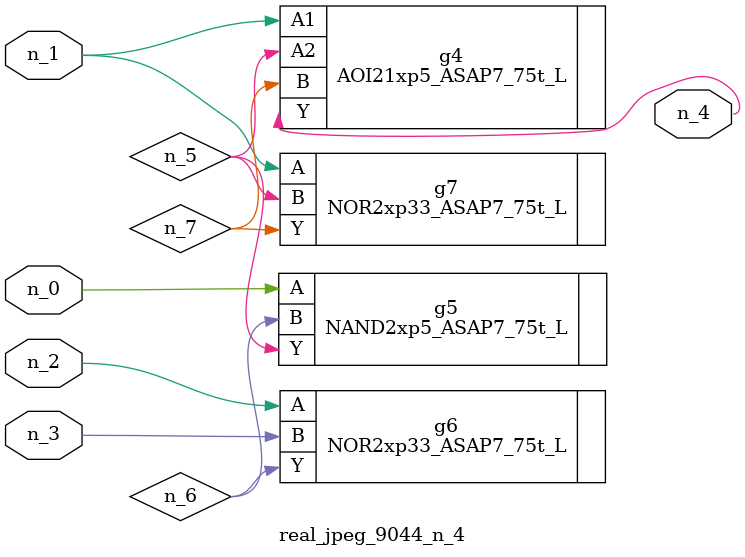
<source format=v>
module real_jpeg_9044_n_4 (n_3, n_1, n_0, n_2, n_4);

input n_3;
input n_1;
input n_0;
input n_2;

output n_4;

wire n_5;
wire n_6;
wire n_7;

NAND2xp5_ASAP7_75t_L g5 ( 
.A(n_0),
.B(n_6),
.Y(n_5)
);

AOI21xp5_ASAP7_75t_L g4 ( 
.A1(n_1),
.A2(n_5),
.B(n_7),
.Y(n_4)
);

NOR2xp33_ASAP7_75t_L g7 ( 
.A(n_1),
.B(n_5),
.Y(n_7)
);

NOR2xp33_ASAP7_75t_L g6 ( 
.A(n_2),
.B(n_3),
.Y(n_6)
);


endmodule
</source>
